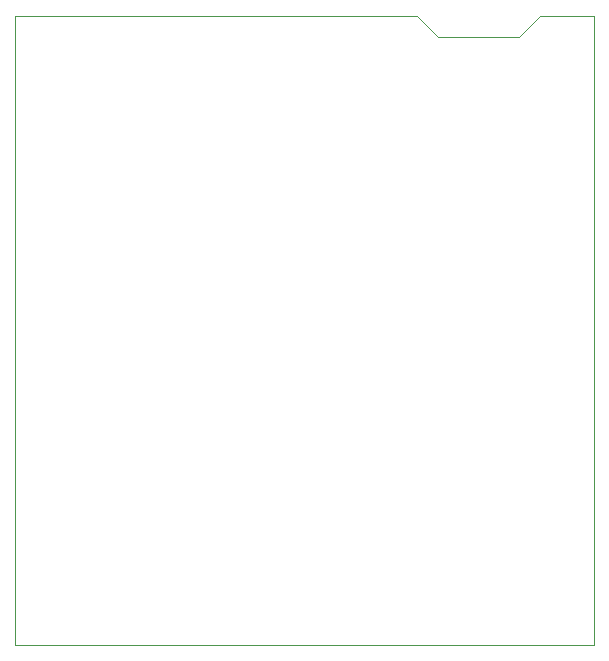
<source format=gbr>
%TF.GenerationSoftware,KiCad,Pcbnew,8.0.4-8.0.4-0~ubuntu22.04.1*%
%TF.CreationDate,2024-07-18T13:03:20-06:00*%
%TF.ProjectId,DB25_External,44423235-5f45-4787-9465-726e616c2e6b,rev?*%
%TF.SameCoordinates,Original*%
%TF.FileFunction,Profile,NP*%
%FSLAX46Y46*%
G04 Gerber Fmt 4.6, Leading zero omitted, Abs format (unit mm)*
G04 Created by KiCad (PCBNEW 8.0.4-8.0.4-0~ubuntu22.04.1) date 2024-07-18 13:03:20*
%MOMM*%
%LPD*%
G01*
G04 APERTURE LIST*
%TA.AperFunction,Profile*%
%ADD10C,0.100000*%
%TD*%
G04 APERTURE END LIST*
D10*
X134050000Y-74066400D02*
X135820000Y-75840000D01*
X100025200Y-127304800D02*
X100025200Y-74066400D01*
X100025200Y-74066400D02*
X134050000Y-74066400D01*
X149050000Y-74070000D02*
X149050000Y-127304800D01*
X149050000Y-74070000D02*
X144500000Y-74070000D01*
X100025200Y-127304800D02*
X149050000Y-127304800D01*
X135820000Y-75840000D02*
X142730000Y-75840000D01*
X144500000Y-74070000D02*
X142730000Y-75840000D01*
M02*

</source>
